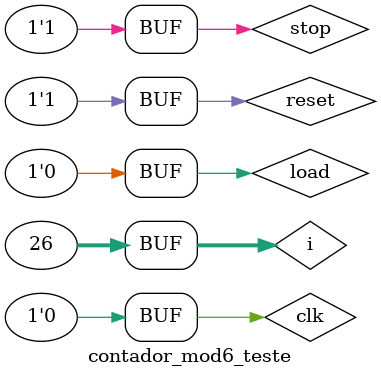
<source format=v>
`timescale 1ns/1ps

module contador_mod6_teste();

  	reg [2:0] data; 
  	reg clk, load, reset, stop;
  	wire [2:0] count; 
  	wire tc;
  	integer i;
  

  	contador_mod6 dut(data, clk, load, reset, count, tc, stop);

	initial
		begin
		
			$dumpfile("contador_mod6_teste.vcd");
			$dumpvars(0,contador_mod6_teste);
          load = 0;
          reset = 1;
          stop = 1;
          #5 reset = 0;
          #10 reset = 1;
         
        end
  
  initial
    
    begin
    	clk = 1'b0;
  	end
		
  initial
    begin
    	#5 clk = ~clk;
      for(i = 0; i < 26; i= i + 1)
        begin
          #5 clk = ~clk;
        end
      
    end
      

endmodule
</source>
